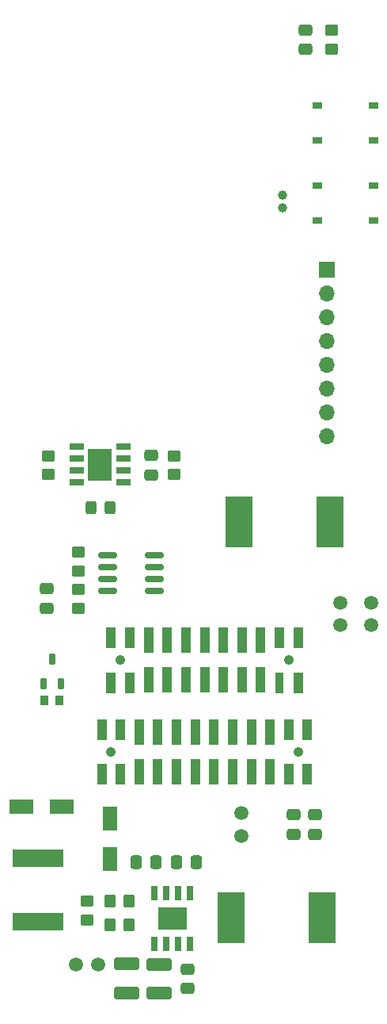
<source format=gbs>
G04 #@! TF.GenerationSoftware,KiCad,Pcbnew,8.0.1*
G04 #@! TF.CreationDate,2024-03-30T15:34:10-04:00*
G04 #@! TF.ProjectId,Bird3Controller,42697264-3343-46f6-9e74-726f6c6c6572,rev?*
G04 #@! TF.SameCoordinates,Original*
G04 #@! TF.FileFunction,Soldermask,Bot*
G04 #@! TF.FilePolarity,Negative*
%FSLAX46Y46*%
G04 Gerber Fmt 4.6, Leading zero omitted, Abs format (unit mm)*
G04 Created by KiCad (PCBNEW 8.0.1) date 2024-03-30 15:34:10*
%MOMM*%
%LPD*%
G01*
G04 APERTURE LIST*
G04 Aperture macros list*
%AMRoundRect*
0 Rectangle with rounded corners*
0 $1 Rounding radius*
0 $2 $3 $4 $5 $6 $7 $8 $9 X,Y pos of 4 corners*
0 Add a 4 corners polygon primitive as box body*
4,1,4,$2,$3,$4,$5,$6,$7,$8,$9,$2,$3,0*
0 Add four circle primitives for the rounded corners*
1,1,$1+$1,$2,$3*
1,1,$1+$1,$4,$5*
1,1,$1+$1,$6,$7*
1,1,$1+$1,$8,$9*
0 Add four rect primitives between the rounded corners*
20,1,$1+$1,$2,$3,$4,$5,0*
20,1,$1+$1,$4,$5,$6,$7,0*
20,1,$1+$1,$6,$7,$8,$9,0*
20,1,$1+$1,$8,$9,$2,$3,0*%
G04 Aperture macros list end*
%ADD10R,1.700000X1.700000*%
%ADD11O,1.700000X1.700000*%
%ADD12RoundRect,0.250000X0.350000X0.450000X-0.350000X0.450000X-0.350000X-0.450000X0.350000X-0.450000X0*%
%ADD13R,5.450000X1.920000*%
%ADD14RoundRect,0.250000X0.325000X0.450000X-0.325000X0.450000X-0.325000X-0.450000X0.325000X-0.450000X0*%
%ADD15R,1.000000X0.700000*%
%ADD16RoundRect,0.250000X-1.100000X0.412500X-1.100000X-0.412500X1.100000X-0.412500X1.100000X0.412500X0*%
%ADD17R,1.650000X2.600000*%
%ADD18C,1.500000*%
%ADD19RoundRect,0.250000X-0.450000X0.350000X-0.450000X-0.350000X0.450000X-0.350000X0.450000X0.350000X0*%
%ADD20R,0.650000X1.525000*%
%ADD21R,3.100000X2.400000*%
%ADD22RoundRect,0.250000X0.450000X-0.350000X0.450000X0.350000X-0.450000X0.350000X-0.450000X-0.350000X0*%
%ADD23C,1.050000*%
%ADD24R,1.000000X2.205000*%
%ADD25R,1.000000X2.750000*%
%ADD26R,0.950000X2.205000*%
%ADD27R,2.600000X1.650000*%
%ADD28R,2.900000X5.400000*%
%ADD29RoundRect,0.250000X-0.337500X-0.475000X0.337500X-0.475000X0.337500X0.475000X-0.337500X0.475000X0*%
%ADD30RoundRect,0.250000X-0.475000X0.337500X-0.475000X-0.337500X0.475000X-0.337500X0.475000X0.337500X0*%
%ADD31RoundRect,0.250000X0.475000X-0.337500X0.475000X0.337500X-0.475000X0.337500X-0.475000X-0.337500X0*%
%ADD32RoundRect,0.150000X0.825000X0.150000X-0.825000X0.150000X-0.825000X-0.150000X0.825000X-0.150000X0*%
%ADD33R,1.505000X0.802000*%
%ADD34R,2.613000X3.502000*%
%ADD35C,1.041400*%
%ADD36R,0.990600X2.200800*%
%ADD37R,0.997648X2.250000*%
%ADD38R,0.995300X2.201600*%
%ADD39R,1.000000X2.251598*%
%ADD40R,0.990600X2.743200*%
%ADD41R,0.995300X2.251600*%
%ADD42R,0.995302X2.201600*%
%ADD43R,0.995302X2.251600*%
%ADD44RoundRect,0.162500X0.162500X-0.447500X0.162500X0.447500X-0.162500X0.447500X-0.162500X-0.447500X0*%
%ADD45C,1.000000*%
%ADD46RoundRect,0.250000X0.337500X0.475000X-0.337500X0.475000X-0.337500X-0.475000X0.337500X-0.475000X0*%
%ADD47R,0.940000X1.010000*%
G04 APERTURE END LIST*
D10*
X195500000Y-70250000D03*
D11*
X195500000Y-72790000D03*
X195500000Y-75330000D03*
X195500000Y-77870000D03*
X195500000Y-80410000D03*
X195500000Y-82950000D03*
X195500000Y-85490000D03*
X195500000Y-88030000D03*
D12*
X174350000Y-140200000D03*
X172350000Y-140200000D03*
D13*
X164650000Y-133115000D03*
X164650000Y-139885000D03*
D14*
X172372500Y-95635000D03*
X170322500Y-95635000D03*
D15*
X194500000Y-56450000D03*
X200500000Y-56450000D03*
X194500000Y-52750000D03*
X200500000Y-52750000D03*
D16*
X174100000Y-144387500D03*
X174100000Y-147512500D03*
D17*
X172300000Y-133200000D03*
X172300000Y-128900000D03*
D18*
X186350000Y-128300000D03*
X186350000Y-130700000D03*
D19*
X168950000Y-104405000D03*
X168950000Y-106405000D03*
D20*
X180910000Y-142262000D03*
X179640000Y-142262000D03*
X178370000Y-142262000D03*
X177100000Y-142262000D03*
X177100000Y-136838000D03*
X178370000Y-136838000D03*
X179640000Y-136838000D03*
X180910000Y-136838000D03*
D21*
X179005000Y-139550000D03*
D22*
X179147500Y-92135000D03*
X179147500Y-90135000D03*
D23*
X173450000Y-111950000D03*
X191450000Y-111950000D03*
D24*
X172450000Y-109547500D03*
X172450000Y-114352500D03*
X174450000Y-109547500D03*
X174450000Y-114352500D03*
D25*
X176450000Y-109820000D03*
X176450000Y-114080000D03*
X178450000Y-109820000D03*
X178450000Y-114080000D03*
X180450000Y-109820000D03*
X180450000Y-114080000D03*
X182450000Y-109820000D03*
X182450000Y-114080000D03*
X184450000Y-109820000D03*
X184450000Y-114080000D03*
X186450000Y-109820000D03*
X186450000Y-114080000D03*
X188450000Y-109820000D03*
X188450000Y-114080000D03*
D24*
X190450000Y-109547500D03*
D26*
X190425000Y-114352500D03*
D24*
X192450000Y-109547500D03*
X192450000Y-114352500D03*
D18*
X171100000Y-144400000D03*
X168700000Y-144400000D03*
X196950000Y-105800000D03*
X196950000Y-108200000D03*
X200250000Y-105800000D03*
X200250000Y-108200000D03*
D27*
X162850000Y-127550000D03*
X167150000Y-127550000D03*
D28*
X186150000Y-97200000D03*
X195850000Y-97200000D03*
D29*
X179462500Y-133500000D03*
X181537500Y-133500000D03*
D30*
X180600000Y-144912500D03*
X180600000Y-146987500D03*
D31*
X191950000Y-130537500D03*
X191950000Y-128462500D03*
D19*
X196000000Y-44700000D03*
X196000000Y-46700000D03*
X168950000Y-100405000D03*
X168950000Y-102405000D03*
D30*
X165550000Y-104330000D03*
X165550000Y-106405000D03*
D31*
X176747500Y-92172500D03*
X176747500Y-90097500D03*
D15*
X194500000Y-65000000D03*
X200500000Y-65000000D03*
X194500000Y-61300000D03*
X200500000Y-61300000D03*
D12*
X174350000Y-137700000D03*
X172350000Y-137700000D03*
D19*
X169850000Y-137700000D03*
X169850000Y-139700000D03*
D31*
X193250000Y-46737500D03*
X193250000Y-44662500D03*
D28*
X185300000Y-139450000D03*
X195000000Y-139450000D03*
D22*
X165747500Y-92135000D03*
X165747500Y-90135000D03*
D32*
X177050000Y-100795000D03*
X177050000Y-102065000D03*
X177050000Y-103335000D03*
X177050000Y-104605000D03*
X172100000Y-104605000D03*
X172100000Y-103335000D03*
X172100000Y-102065000D03*
X172100000Y-100795000D03*
D33*
X173745000Y-89180000D03*
X173745000Y-90450000D03*
X173745000Y-91720000D03*
X173745000Y-92990000D03*
X168750000Y-92990000D03*
X168750000Y-91720000D03*
X168750000Y-90450000D03*
X168750000Y-89180000D03*
D34*
X171247500Y-91085000D03*
D35*
X172450000Y-121770000D03*
X192450000Y-121770000D03*
D36*
X171449999Y-119369600D03*
D37*
X171451176Y-124145000D03*
D38*
X173452350Y-119369200D03*
D39*
X173450000Y-124145799D03*
D40*
X175449999Y-119639999D03*
X175449999Y-123900001D03*
X177450000Y-119639999D03*
X177450000Y-123900001D03*
X179449998Y-119639999D03*
X179449998Y-123900001D03*
X181449999Y-119639999D03*
X181449999Y-123900001D03*
X183450001Y-119639999D03*
X183450001Y-123900001D03*
X185449999Y-119639999D03*
X185449999Y-123900001D03*
X187450000Y-119639999D03*
X187450000Y-123900001D03*
X189449999Y-119639999D03*
X189449999Y-123900001D03*
D38*
X191452350Y-119369200D03*
D41*
X191452350Y-124145800D03*
D42*
X193452349Y-119369200D03*
D43*
X193452349Y-124145800D03*
D44*
X167100000Y-114460000D03*
X165200000Y-114460000D03*
X166150000Y-111840000D03*
D45*
X190800000Y-63700000D03*
X190799999Y-62300000D03*
D46*
X177237500Y-133500000D03*
X175162500Y-133500000D03*
D16*
X177600000Y-144400000D03*
X177600000Y-147525000D03*
D47*
X165310000Y-116250000D03*
X166890000Y-116250000D03*
D31*
X194250000Y-130537500D03*
X194250000Y-128462500D03*
M02*

</source>
